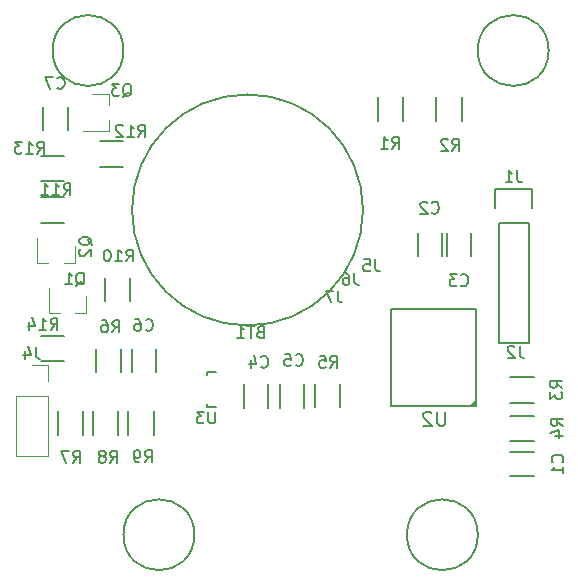
<source format=gbo>
G04 #@! TF.FileFunction,Legend,Bot*
%FSLAX46Y46*%
G04 Gerber Fmt 4.6, Leading zero omitted, Abs format (unit mm)*
G04 Created by KiCad (PCBNEW 4.0.2+dfsg1-stable) date Seg 16 Out 2017 09:01:32 BRST*
%MOMM*%
G01*
G04 APERTURE LIST*
%ADD10C,0.100000*%
%ADD11C,0.150000*%
%ADD12C,0.120000*%
G04 APERTURE END LIST*
D10*
D11*
X60278804Y-47500000D02*
G75*
G03X60278804Y-47500000I-9778804J0D01*
G01*
X74577600Y-47297400D02*
X74577600Y-45747400D01*
X74577600Y-45747400D02*
X71477600Y-45747400D01*
X71477600Y-45747400D02*
X71477600Y-47297400D01*
X71757600Y-48567400D02*
X71757600Y-58727400D01*
X71757600Y-58727400D02*
X74297600Y-58727400D01*
X74297600Y-58727400D02*
X74297600Y-48567400D01*
X71757600Y-48567400D02*
X74297600Y-48567400D01*
X47099000Y-63999160D02*
X47099000Y-63950900D01*
X47800040Y-61200180D02*
X47099000Y-61200180D01*
X47099000Y-61200180D02*
X47099000Y-61449100D01*
X47099000Y-63999160D02*
X47099000Y-64199820D01*
X47099000Y-64199820D02*
X47800040Y-64199820D01*
D12*
X36830000Y-56260000D02*
X35900000Y-56260000D01*
X33670000Y-56260000D02*
X34600000Y-56260000D01*
X33670000Y-56260000D02*
X33670000Y-54100000D01*
X36830000Y-56260000D02*
X36830000Y-54800000D01*
X35880000Y-52010000D02*
X34950000Y-52010000D01*
X32720000Y-52010000D02*
X33650000Y-52010000D01*
X32720000Y-52010000D02*
X32720000Y-49850000D01*
X35880000Y-52010000D02*
X35880000Y-50550000D01*
X38760000Y-37670000D02*
X38760000Y-38600000D01*
X38760000Y-40830000D02*
X38760000Y-39900000D01*
X38760000Y-40830000D02*
X36600000Y-40830000D01*
X38760000Y-37670000D02*
X37300000Y-37670000D01*
D11*
X46000000Y-75000000D02*
G75*
G03X46000000Y-75000000I-3000000J0D01*
G01*
X70000000Y-75000000D02*
G75*
G03X70000000Y-75000000I-3000000J0D01*
G01*
X40000000Y-34000000D02*
G75*
G03X40000000Y-34000000I-3000000J0D01*
G01*
X76000000Y-34000000D02*
G75*
G03X76000000Y-34000000I-3000000J0D01*
G01*
X69850000Y-63700000D02*
X69450000Y-64100000D01*
X69850000Y-63900000D02*
X69650000Y-64100000D01*
X69850000Y-63800000D02*
X69550000Y-64100000D01*
X69850000Y-55900000D02*
X69850000Y-64100000D01*
X69850000Y-64100000D02*
X62650000Y-64100000D01*
X62650000Y-64100000D02*
X62650000Y-55900000D01*
X62650000Y-55900000D02*
X69850000Y-55900000D01*
X63663200Y-39940800D02*
X63663200Y-37940800D01*
X61513200Y-37940800D02*
X61513200Y-39940800D01*
X68641600Y-39966200D02*
X68641600Y-37966200D01*
X66491600Y-37966200D02*
X66491600Y-39966200D01*
X74750000Y-61675000D02*
X72750000Y-61675000D01*
X72750000Y-63825000D02*
X74750000Y-63825000D01*
X74750000Y-64925000D02*
X72750000Y-64925000D01*
X72750000Y-67075000D02*
X74750000Y-67075000D01*
X58325000Y-64200000D02*
X58325000Y-62200000D01*
X56175000Y-62200000D02*
X56175000Y-64200000D01*
X37675000Y-59250000D02*
X37675000Y-61250000D01*
X39825000Y-61250000D02*
X39825000Y-59250000D01*
X34425000Y-64550000D02*
X34425000Y-66550000D01*
X36575000Y-66550000D02*
X36575000Y-64550000D01*
X39575000Y-66550000D02*
X39575000Y-64550000D01*
X37425000Y-64550000D02*
X37425000Y-66550000D01*
X40425000Y-64550000D02*
X40425000Y-66550000D01*
X42575000Y-66550000D02*
X42575000Y-64550000D01*
X40575000Y-55250000D02*
X40575000Y-53250000D01*
X38425000Y-53250000D02*
X38425000Y-55250000D01*
X35000000Y-46425000D02*
X33000000Y-46425000D01*
X33000000Y-48575000D02*
X35000000Y-48575000D01*
X38000000Y-43825000D02*
X40000000Y-43825000D01*
X40000000Y-41675000D02*
X38000000Y-41675000D01*
X33000000Y-45075000D02*
X35000000Y-45075000D01*
X35000000Y-42925000D02*
X33000000Y-42925000D01*
X35000000Y-58175000D02*
X33000000Y-58175000D01*
X33000000Y-60325000D02*
X35000000Y-60325000D01*
X74750000Y-70025000D02*
X72750000Y-70025000D01*
X72750000Y-67975000D02*
X74750000Y-67975000D01*
X66991400Y-49421600D02*
X66991400Y-51421600D01*
X64941400Y-51421600D02*
X64941400Y-49421600D01*
X69404400Y-49421600D02*
X69404400Y-51421600D01*
X67354400Y-51421600D02*
X67354400Y-49421600D01*
X50225000Y-64250000D02*
X50225000Y-62250000D01*
X52275000Y-62250000D02*
X52275000Y-64250000D01*
X53225000Y-64250000D02*
X53225000Y-62250000D01*
X55275000Y-62250000D02*
X55275000Y-64250000D01*
X40725000Y-61250000D02*
X40725000Y-59250000D01*
X42775000Y-59250000D02*
X42775000Y-61250000D01*
X35275000Y-38750000D02*
X35275000Y-40750000D01*
X33225000Y-40750000D02*
X33225000Y-38750000D01*
D12*
X33580000Y-68370000D02*
X30920000Y-68370000D01*
X33580000Y-63230000D02*
X33580000Y-68370000D01*
X30920000Y-63230000D02*
X30920000Y-68370000D01*
X33580000Y-63230000D02*
X30920000Y-63230000D01*
X33580000Y-61960000D02*
X33580000Y-60630000D01*
X33580000Y-60630000D02*
X32250000Y-60630000D01*
D11*
X51585714Y-57803571D02*
X51442857Y-57851190D01*
X51395238Y-57898810D01*
X51347619Y-57994048D01*
X51347619Y-58136905D01*
X51395238Y-58232143D01*
X51442857Y-58279762D01*
X51538095Y-58327381D01*
X51919048Y-58327381D01*
X51919048Y-57327381D01*
X51585714Y-57327381D01*
X51490476Y-57375000D01*
X51442857Y-57422619D01*
X51395238Y-57517857D01*
X51395238Y-57613095D01*
X51442857Y-57708333D01*
X51490476Y-57755952D01*
X51585714Y-57803571D01*
X51919048Y-57803571D01*
X51061905Y-57327381D02*
X50490476Y-57327381D01*
X50776191Y-58327381D02*
X50776191Y-57327381D01*
X49633333Y-58327381D02*
X50204762Y-58327381D01*
X49919048Y-58327381D02*
X49919048Y-57327381D01*
X50014286Y-57470238D01*
X50109524Y-57565476D01*
X50204762Y-57613095D01*
X73360933Y-44159781D02*
X73360933Y-44874067D01*
X73408553Y-45016924D01*
X73503791Y-45112162D01*
X73646648Y-45159781D01*
X73741886Y-45159781D01*
X72360933Y-45159781D02*
X72932362Y-45159781D01*
X72646648Y-45159781D02*
X72646648Y-44159781D01*
X72741886Y-44302638D01*
X72837124Y-44397876D01*
X72932362Y-44445495D01*
X47761905Y-64577381D02*
X47761905Y-65386905D01*
X47714286Y-65482143D01*
X47666667Y-65529762D01*
X47571429Y-65577381D01*
X47380952Y-65577381D01*
X47285714Y-65529762D01*
X47238095Y-65482143D01*
X47190476Y-65386905D01*
X47190476Y-64577381D01*
X46809524Y-64577381D02*
X46190476Y-64577381D01*
X46523810Y-64958333D01*
X46380952Y-64958333D01*
X46285714Y-65005952D01*
X46238095Y-65053571D01*
X46190476Y-65148810D01*
X46190476Y-65386905D01*
X46238095Y-65482143D01*
X46285714Y-65529762D01*
X46380952Y-65577381D01*
X46666667Y-65577381D01*
X46761905Y-65529762D01*
X46809524Y-65482143D01*
X35970238Y-53897619D02*
X36065476Y-53850000D01*
X36160714Y-53754762D01*
X36303571Y-53611905D01*
X36398810Y-53564286D01*
X36494048Y-53564286D01*
X36446429Y-53802381D02*
X36541667Y-53754762D01*
X36636905Y-53659524D01*
X36684524Y-53469048D01*
X36684524Y-53135714D01*
X36636905Y-52945238D01*
X36541667Y-52850000D01*
X36446429Y-52802381D01*
X36255952Y-52802381D01*
X36160714Y-52850000D01*
X36065476Y-52945238D01*
X36017857Y-53135714D01*
X36017857Y-53469048D01*
X36065476Y-53659524D01*
X36160714Y-53754762D01*
X36255952Y-53802381D01*
X36446429Y-53802381D01*
X35065476Y-53802381D02*
X35636905Y-53802381D01*
X35351191Y-53802381D02*
X35351191Y-52802381D01*
X35446429Y-52945238D01*
X35541667Y-53040476D01*
X35636905Y-53088095D01*
X37347619Y-50504762D02*
X37300000Y-50409524D01*
X37204762Y-50314286D01*
X37061905Y-50171429D01*
X37014286Y-50076190D01*
X37014286Y-49980952D01*
X37252381Y-50028571D02*
X37204762Y-49933333D01*
X37109524Y-49838095D01*
X36919048Y-49790476D01*
X36585714Y-49790476D01*
X36395238Y-49838095D01*
X36300000Y-49933333D01*
X36252381Y-50028571D01*
X36252381Y-50219048D01*
X36300000Y-50314286D01*
X36395238Y-50409524D01*
X36585714Y-50457143D01*
X36919048Y-50457143D01*
X37109524Y-50409524D01*
X37204762Y-50314286D01*
X37252381Y-50219048D01*
X37252381Y-50028571D01*
X36347619Y-50838095D02*
X36300000Y-50885714D01*
X36252381Y-50980952D01*
X36252381Y-51219048D01*
X36300000Y-51314286D01*
X36347619Y-51361905D01*
X36442857Y-51409524D01*
X36538095Y-51409524D01*
X36680952Y-51361905D01*
X37252381Y-50790476D01*
X37252381Y-51409524D01*
X39945238Y-37922619D02*
X40040476Y-37875000D01*
X40135714Y-37779762D01*
X40278571Y-37636905D01*
X40373810Y-37589286D01*
X40469048Y-37589286D01*
X40421429Y-37827381D02*
X40516667Y-37779762D01*
X40611905Y-37684524D01*
X40659524Y-37494048D01*
X40659524Y-37160714D01*
X40611905Y-36970238D01*
X40516667Y-36875000D01*
X40421429Y-36827381D01*
X40230952Y-36827381D01*
X40135714Y-36875000D01*
X40040476Y-36970238D01*
X39992857Y-37160714D01*
X39992857Y-37494048D01*
X40040476Y-37684524D01*
X40135714Y-37779762D01*
X40230952Y-37827381D01*
X40421429Y-37827381D01*
X39659524Y-36827381D02*
X39040476Y-36827381D01*
X39373810Y-37208333D01*
X39230952Y-37208333D01*
X39135714Y-37255952D01*
X39088095Y-37303571D01*
X39040476Y-37398810D01*
X39040476Y-37636905D01*
X39088095Y-37732143D01*
X39135714Y-37779762D01*
X39230952Y-37827381D01*
X39516667Y-37827381D01*
X39611905Y-37779762D01*
X39659524Y-37732143D01*
X61310853Y-51692861D02*
X61310853Y-52407147D01*
X61358473Y-52550004D01*
X61453711Y-52645242D01*
X61596568Y-52692861D01*
X61691806Y-52692861D01*
X60358472Y-51692861D02*
X60834663Y-51692861D01*
X60882282Y-52169051D01*
X60834663Y-52121432D01*
X60739425Y-52073813D01*
X60501329Y-52073813D01*
X60406091Y-52121432D01*
X60358472Y-52169051D01*
X60310853Y-52264290D01*
X60310853Y-52502385D01*
X60358472Y-52597623D01*
X60406091Y-52645242D01*
X60501329Y-52692861D01*
X60739425Y-52692861D01*
X60834663Y-52645242D01*
X60882282Y-52597623D01*
X59558333Y-52852381D02*
X59558333Y-53566667D01*
X59605953Y-53709524D01*
X59701191Y-53804762D01*
X59844048Y-53852381D01*
X59939286Y-53852381D01*
X58653571Y-52852381D02*
X58844048Y-52852381D01*
X58939286Y-52900000D01*
X58986905Y-52947619D01*
X59082143Y-53090476D01*
X59129762Y-53280952D01*
X59129762Y-53661905D01*
X59082143Y-53757143D01*
X59034524Y-53804762D01*
X58939286Y-53852381D01*
X58748809Y-53852381D01*
X58653571Y-53804762D01*
X58605952Y-53757143D01*
X58558333Y-53661905D01*
X58558333Y-53423810D01*
X58605952Y-53328571D01*
X58653571Y-53280952D01*
X58748809Y-53233333D01*
X58939286Y-53233333D01*
X59034524Y-53280952D01*
X59082143Y-53328571D01*
X59129762Y-53423810D01*
X58158333Y-54327381D02*
X58158333Y-55041667D01*
X58205953Y-55184524D01*
X58301191Y-55279762D01*
X58444048Y-55327381D01*
X58539286Y-55327381D01*
X57777381Y-54327381D02*
X57110714Y-54327381D01*
X57539286Y-55327381D01*
X73533333Y-59002381D02*
X73533333Y-59716667D01*
X73580953Y-59859524D01*
X73676191Y-59954762D01*
X73819048Y-60002381D01*
X73914286Y-60002381D01*
X73104762Y-59097619D02*
X73057143Y-59050000D01*
X72961905Y-59002381D01*
X72723809Y-59002381D01*
X72628571Y-59050000D01*
X72580952Y-59097619D01*
X72533333Y-59192857D01*
X72533333Y-59288095D01*
X72580952Y-59430952D01*
X73152381Y-60002381D01*
X72533333Y-60002381D01*
X67264286Y-64567857D02*
X67264286Y-65539286D01*
X67207143Y-65653571D01*
X67150000Y-65710714D01*
X67035714Y-65767857D01*
X66807143Y-65767857D01*
X66692857Y-65710714D01*
X66635714Y-65653571D01*
X66578571Y-65539286D01*
X66578571Y-64567857D01*
X66064286Y-64682143D02*
X66007143Y-64625000D01*
X65892857Y-64567857D01*
X65607143Y-64567857D01*
X65492857Y-64625000D01*
X65435714Y-64682143D01*
X65378571Y-64796429D01*
X65378571Y-64910714D01*
X65435714Y-65082143D01*
X66121428Y-65767857D01*
X65378571Y-65767857D01*
X62741666Y-42302381D02*
X63075000Y-41826190D01*
X63313095Y-42302381D02*
X63313095Y-41302381D01*
X62932142Y-41302381D01*
X62836904Y-41350000D01*
X62789285Y-41397619D01*
X62741666Y-41492857D01*
X62741666Y-41635714D01*
X62789285Y-41730952D01*
X62836904Y-41778571D01*
X62932142Y-41826190D01*
X63313095Y-41826190D01*
X61789285Y-42302381D02*
X62360714Y-42302381D01*
X62075000Y-42302381D02*
X62075000Y-41302381D01*
X62170238Y-41445238D01*
X62265476Y-41540476D01*
X62360714Y-41588095D01*
X67841666Y-42477381D02*
X68175000Y-42001190D01*
X68413095Y-42477381D02*
X68413095Y-41477381D01*
X68032142Y-41477381D01*
X67936904Y-41525000D01*
X67889285Y-41572619D01*
X67841666Y-41667857D01*
X67841666Y-41810714D01*
X67889285Y-41905952D01*
X67936904Y-41953571D01*
X68032142Y-42001190D01*
X68413095Y-42001190D01*
X67460714Y-41572619D02*
X67413095Y-41525000D01*
X67317857Y-41477381D01*
X67079761Y-41477381D01*
X66984523Y-41525000D01*
X66936904Y-41572619D01*
X66889285Y-41667857D01*
X66889285Y-41763095D01*
X66936904Y-41905952D01*
X67508333Y-42477381D01*
X66889285Y-42477381D01*
X77152381Y-62558334D02*
X76676190Y-62225000D01*
X77152381Y-61986905D02*
X76152381Y-61986905D01*
X76152381Y-62367858D01*
X76200000Y-62463096D01*
X76247619Y-62510715D01*
X76342857Y-62558334D01*
X76485714Y-62558334D01*
X76580952Y-62510715D01*
X76628571Y-62463096D01*
X76676190Y-62367858D01*
X76676190Y-61986905D01*
X76152381Y-62891667D02*
X76152381Y-63510715D01*
X76533333Y-63177381D01*
X76533333Y-63320239D01*
X76580952Y-63415477D01*
X76628571Y-63463096D01*
X76723810Y-63510715D01*
X76961905Y-63510715D01*
X77057143Y-63463096D01*
X77104762Y-63415477D01*
X77152381Y-63320239D01*
X77152381Y-63034524D01*
X77104762Y-62939286D01*
X77057143Y-62891667D01*
X77202381Y-65783334D02*
X76726190Y-65450000D01*
X77202381Y-65211905D02*
X76202381Y-65211905D01*
X76202381Y-65592858D01*
X76250000Y-65688096D01*
X76297619Y-65735715D01*
X76392857Y-65783334D01*
X76535714Y-65783334D01*
X76630952Y-65735715D01*
X76678571Y-65688096D01*
X76726190Y-65592858D01*
X76726190Y-65211905D01*
X76535714Y-66640477D02*
X77202381Y-66640477D01*
X76154762Y-66402381D02*
X76869048Y-66164286D01*
X76869048Y-66783334D01*
X57516666Y-60852381D02*
X57850000Y-60376190D01*
X58088095Y-60852381D02*
X58088095Y-59852381D01*
X57707142Y-59852381D01*
X57611904Y-59900000D01*
X57564285Y-59947619D01*
X57516666Y-60042857D01*
X57516666Y-60185714D01*
X57564285Y-60280952D01*
X57611904Y-60328571D01*
X57707142Y-60376190D01*
X58088095Y-60376190D01*
X56611904Y-59852381D02*
X57088095Y-59852381D01*
X57135714Y-60328571D01*
X57088095Y-60280952D01*
X56992857Y-60233333D01*
X56754761Y-60233333D01*
X56659523Y-60280952D01*
X56611904Y-60328571D01*
X56564285Y-60423810D01*
X56564285Y-60661905D01*
X56611904Y-60757143D01*
X56659523Y-60804762D01*
X56754761Y-60852381D01*
X56992857Y-60852381D01*
X57088095Y-60804762D01*
X57135714Y-60757143D01*
X39066666Y-57852381D02*
X39400000Y-57376190D01*
X39638095Y-57852381D02*
X39638095Y-56852381D01*
X39257142Y-56852381D01*
X39161904Y-56900000D01*
X39114285Y-56947619D01*
X39066666Y-57042857D01*
X39066666Y-57185714D01*
X39114285Y-57280952D01*
X39161904Y-57328571D01*
X39257142Y-57376190D01*
X39638095Y-57376190D01*
X38209523Y-56852381D02*
X38400000Y-56852381D01*
X38495238Y-56900000D01*
X38542857Y-56947619D01*
X38638095Y-57090476D01*
X38685714Y-57280952D01*
X38685714Y-57661905D01*
X38638095Y-57757143D01*
X38590476Y-57804762D01*
X38495238Y-57852381D01*
X38304761Y-57852381D01*
X38209523Y-57804762D01*
X38161904Y-57757143D01*
X38114285Y-57661905D01*
X38114285Y-57423810D01*
X38161904Y-57328571D01*
X38209523Y-57280952D01*
X38304761Y-57233333D01*
X38495238Y-57233333D01*
X38590476Y-57280952D01*
X38638095Y-57328571D01*
X38685714Y-57423810D01*
X35741666Y-68902381D02*
X36075000Y-68426190D01*
X36313095Y-68902381D02*
X36313095Y-67902381D01*
X35932142Y-67902381D01*
X35836904Y-67950000D01*
X35789285Y-67997619D01*
X35741666Y-68092857D01*
X35741666Y-68235714D01*
X35789285Y-68330952D01*
X35836904Y-68378571D01*
X35932142Y-68426190D01*
X36313095Y-68426190D01*
X35408333Y-67902381D02*
X34741666Y-67902381D01*
X35170238Y-68902381D01*
X38866666Y-68902381D02*
X39200000Y-68426190D01*
X39438095Y-68902381D02*
X39438095Y-67902381D01*
X39057142Y-67902381D01*
X38961904Y-67950000D01*
X38914285Y-67997619D01*
X38866666Y-68092857D01*
X38866666Y-68235714D01*
X38914285Y-68330952D01*
X38961904Y-68378571D01*
X39057142Y-68426190D01*
X39438095Y-68426190D01*
X38295238Y-68330952D02*
X38390476Y-68283333D01*
X38438095Y-68235714D01*
X38485714Y-68140476D01*
X38485714Y-68092857D01*
X38438095Y-67997619D01*
X38390476Y-67950000D01*
X38295238Y-67902381D01*
X38104761Y-67902381D01*
X38009523Y-67950000D01*
X37961904Y-67997619D01*
X37914285Y-68092857D01*
X37914285Y-68140476D01*
X37961904Y-68235714D01*
X38009523Y-68283333D01*
X38104761Y-68330952D01*
X38295238Y-68330952D01*
X38390476Y-68378571D01*
X38438095Y-68426190D01*
X38485714Y-68521429D01*
X38485714Y-68711905D01*
X38438095Y-68807143D01*
X38390476Y-68854762D01*
X38295238Y-68902381D01*
X38104761Y-68902381D01*
X38009523Y-68854762D01*
X37961904Y-68807143D01*
X37914285Y-68711905D01*
X37914285Y-68521429D01*
X37961904Y-68426190D01*
X38009523Y-68378571D01*
X38104761Y-68330952D01*
X41816666Y-68852381D02*
X42150000Y-68376190D01*
X42388095Y-68852381D02*
X42388095Y-67852381D01*
X42007142Y-67852381D01*
X41911904Y-67900000D01*
X41864285Y-67947619D01*
X41816666Y-68042857D01*
X41816666Y-68185714D01*
X41864285Y-68280952D01*
X41911904Y-68328571D01*
X42007142Y-68376190D01*
X42388095Y-68376190D01*
X41340476Y-68852381D02*
X41150000Y-68852381D01*
X41054761Y-68804762D01*
X41007142Y-68757143D01*
X40911904Y-68614286D01*
X40864285Y-68423810D01*
X40864285Y-68042857D01*
X40911904Y-67947619D01*
X40959523Y-67900000D01*
X41054761Y-67852381D01*
X41245238Y-67852381D01*
X41340476Y-67900000D01*
X41388095Y-67947619D01*
X41435714Y-68042857D01*
X41435714Y-68280952D01*
X41388095Y-68376190D01*
X41340476Y-68423810D01*
X41245238Y-68471429D01*
X41054761Y-68471429D01*
X40959523Y-68423810D01*
X40911904Y-68376190D01*
X40864285Y-68280952D01*
X40242857Y-51852381D02*
X40576191Y-51376190D01*
X40814286Y-51852381D02*
X40814286Y-50852381D01*
X40433333Y-50852381D01*
X40338095Y-50900000D01*
X40290476Y-50947619D01*
X40242857Y-51042857D01*
X40242857Y-51185714D01*
X40290476Y-51280952D01*
X40338095Y-51328571D01*
X40433333Y-51376190D01*
X40814286Y-51376190D01*
X39290476Y-51852381D02*
X39861905Y-51852381D01*
X39576191Y-51852381D02*
X39576191Y-50852381D01*
X39671429Y-50995238D01*
X39766667Y-51090476D01*
X39861905Y-51138095D01*
X38671429Y-50852381D02*
X38576190Y-50852381D01*
X38480952Y-50900000D01*
X38433333Y-50947619D01*
X38385714Y-51042857D01*
X38338095Y-51233333D01*
X38338095Y-51471429D01*
X38385714Y-51661905D01*
X38433333Y-51757143D01*
X38480952Y-51804762D01*
X38576190Y-51852381D01*
X38671429Y-51852381D01*
X38766667Y-51804762D01*
X38814286Y-51757143D01*
X38861905Y-51661905D01*
X38909524Y-51471429D01*
X38909524Y-51233333D01*
X38861905Y-51042857D01*
X38814286Y-50947619D01*
X38766667Y-50900000D01*
X38671429Y-50852381D01*
X34942857Y-46252381D02*
X35276191Y-45776190D01*
X35514286Y-46252381D02*
X35514286Y-45252381D01*
X35133333Y-45252381D01*
X35038095Y-45300000D01*
X34990476Y-45347619D01*
X34942857Y-45442857D01*
X34942857Y-45585714D01*
X34990476Y-45680952D01*
X35038095Y-45728571D01*
X35133333Y-45776190D01*
X35514286Y-45776190D01*
X33990476Y-46252381D02*
X34561905Y-46252381D01*
X34276191Y-46252381D02*
X34276191Y-45252381D01*
X34371429Y-45395238D01*
X34466667Y-45490476D01*
X34561905Y-45538095D01*
X33038095Y-46252381D02*
X33609524Y-46252381D01*
X33323810Y-46252381D02*
X33323810Y-45252381D01*
X33419048Y-45395238D01*
X33514286Y-45490476D01*
X33609524Y-45538095D01*
X41267857Y-41302381D02*
X41601191Y-40826190D01*
X41839286Y-41302381D02*
X41839286Y-40302381D01*
X41458333Y-40302381D01*
X41363095Y-40350000D01*
X41315476Y-40397619D01*
X41267857Y-40492857D01*
X41267857Y-40635714D01*
X41315476Y-40730952D01*
X41363095Y-40778571D01*
X41458333Y-40826190D01*
X41839286Y-40826190D01*
X40315476Y-41302381D02*
X40886905Y-41302381D01*
X40601191Y-41302381D02*
X40601191Y-40302381D01*
X40696429Y-40445238D01*
X40791667Y-40540476D01*
X40886905Y-40588095D01*
X39934524Y-40397619D02*
X39886905Y-40350000D01*
X39791667Y-40302381D01*
X39553571Y-40302381D01*
X39458333Y-40350000D01*
X39410714Y-40397619D01*
X39363095Y-40492857D01*
X39363095Y-40588095D01*
X39410714Y-40730952D01*
X39982143Y-41302381D01*
X39363095Y-41302381D01*
X32692857Y-42727381D02*
X33026191Y-42251190D01*
X33264286Y-42727381D02*
X33264286Y-41727381D01*
X32883333Y-41727381D01*
X32788095Y-41775000D01*
X32740476Y-41822619D01*
X32692857Y-41917857D01*
X32692857Y-42060714D01*
X32740476Y-42155952D01*
X32788095Y-42203571D01*
X32883333Y-42251190D01*
X33264286Y-42251190D01*
X31740476Y-42727381D02*
X32311905Y-42727381D01*
X32026191Y-42727381D02*
X32026191Y-41727381D01*
X32121429Y-41870238D01*
X32216667Y-41965476D01*
X32311905Y-42013095D01*
X31407143Y-41727381D02*
X30788095Y-41727381D01*
X31121429Y-42108333D01*
X30978571Y-42108333D01*
X30883333Y-42155952D01*
X30835714Y-42203571D01*
X30788095Y-42298810D01*
X30788095Y-42536905D01*
X30835714Y-42632143D01*
X30883333Y-42679762D01*
X30978571Y-42727381D01*
X31264286Y-42727381D01*
X31359524Y-42679762D01*
X31407143Y-42632143D01*
X33842857Y-57652381D02*
X34176191Y-57176190D01*
X34414286Y-57652381D02*
X34414286Y-56652381D01*
X34033333Y-56652381D01*
X33938095Y-56700000D01*
X33890476Y-56747619D01*
X33842857Y-56842857D01*
X33842857Y-56985714D01*
X33890476Y-57080952D01*
X33938095Y-57128571D01*
X34033333Y-57176190D01*
X34414286Y-57176190D01*
X32890476Y-57652381D02*
X33461905Y-57652381D01*
X33176191Y-57652381D02*
X33176191Y-56652381D01*
X33271429Y-56795238D01*
X33366667Y-56890476D01*
X33461905Y-56938095D01*
X32033333Y-56985714D02*
X32033333Y-57652381D01*
X32271429Y-56604762D02*
X32509524Y-57319048D01*
X31890476Y-57319048D01*
X77157143Y-68858334D02*
X77204762Y-68810715D01*
X77252381Y-68667858D01*
X77252381Y-68572620D01*
X77204762Y-68429762D01*
X77109524Y-68334524D01*
X77014286Y-68286905D01*
X76823810Y-68239286D01*
X76680952Y-68239286D01*
X76490476Y-68286905D01*
X76395238Y-68334524D01*
X76300000Y-68429762D01*
X76252381Y-68572620D01*
X76252381Y-68667858D01*
X76300000Y-68810715D01*
X76347619Y-68858334D01*
X77252381Y-69810715D02*
X77252381Y-69239286D01*
X77252381Y-69525000D02*
X76252381Y-69525000D01*
X76395238Y-69429762D01*
X76490476Y-69334524D01*
X76538095Y-69239286D01*
X66091666Y-47707143D02*
X66139285Y-47754762D01*
X66282142Y-47802381D01*
X66377380Y-47802381D01*
X66520238Y-47754762D01*
X66615476Y-47659524D01*
X66663095Y-47564286D01*
X66710714Y-47373810D01*
X66710714Y-47230952D01*
X66663095Y-47040476D01*
X66615476Y-46945238D01*
X66520238Y-46850000D01*
X66377380Y-46802381D01*
X66282142Y-46802381D01*
X66139285Y-46850000D01*
X66091666Y-46897619D01*
X65710714Y-46897619D02*
X65663095Y-46850000D01*
X65567857Y-46802381D01*
X65329761Y-46802381D01*
X65234523Y-46850000D01*
X65186904Y-46897619D01*
X65139285Y-46992857D01*
X65139285Y-47088095D01*
X65186904Y-47230952D01*
X65758333Y-47802381D01*
X65139285Y-47802381D01*
X68566666Y-53857143D02*
X68614285Y-53904762D01*
X68757142Y-53952381D01*
X68852380Y-53952381D01*
X68995238Y-53904762D01*
X69090476Y-53809524D01*
X69138095Y-53714286D01*
X69185714Y-53523810D01*
X69185714Y-53380952D01*
X69138095Y-53190476D01*
X69090476Y-53095238D01*
X68995238Y-53000000D01*
X68852380Y-52952381D01*
X68757142Y-52952381D01*
X68614285Y-53000000D01*
X68566666Y-53047619D01*
X68233333Y-52952381D02*
X67614285Y-52952381D01*
X67947619Y-53333333D01*
X67804761Y-53333333D01*
X67709523Y-53380952D01*
X67661904Y-53428571D01*
X67614285Y-53523810D01*
X67614285Y-53761905D01*
X67661904Y-53857143D01*
X67709523Y-53904762D01*
X67804761Y-53952381D01*
X68090476Y-53952381D01*
X68185714Y-53904762D01*
X68233333Y-53857143D01*
X51641666Y-60757143D02*
X51689285Y-60804762D01*
X51832142Y-60852381D01*
X51927380Y-60852381D01*
X52070238Y-60804762D01*
X52165476Y-60709524D01*
X52213095Y-60614286D01*
X52260714Y-60423810D01*
X52260714Y-60280952D01*
X52213095Y-60090476D01*
X52165476Y-59995238D01*
X52070238Y-59900000D01*
X51927380Y-59852381D01*
X51832142Y-59852381D01*
X51689285Y-59900000D01*
X51641666Y-59947619D01*
X50784523Y-60185714D02*
X50784523Y-60852381D01*
X51022619Y-59804762D02*
X51260714Y-60519048D01*
X50641666Y-60519048D01*
X54566666Y-60607143D02*
X54614285Y-60654762D01*
X54757142Y-60702381D01*
X54852380Y-60702381D01*
X54995238Y-60654762D01*
X55090476Y-60559524D01*
X55138095Y-60464286D01*
X55185714Y-60273810D01*
X55185714Y-60130952D01*
X55138095Y-59940476D01*
X55090476Y-59845238D01*
X54995238Y-59750000D01*
X54852380Y-59702381D01*
X54757142Y-59702381D01*
X54614285Y-59750000D01*
X54566666Y-59797619D01*
X53661904Y-59702381D02*
X54138095Y-59702381D01*
X54185714Y-60178571D01*
X54138095Y-60130952D01*
X54042857Y-60083333D01*
X53804761Y-60083333D01*
X53709523Y-60130952D01*
X53661904Y-60178571D01*
X53614285Y-60273810D01*
X53614285Y-60511905D01*
X53661904Y-60607143D01*
X53709523Y-60654762D01*
X53804761Y-60702381D01*
X54042857Y-60702381D01*
X54138095Y-60654762D01*
X54185714Y-60607143D01*
X41866666Y-57657143D02*
X41914285Y-57704762D01*
X42057142Y-57752381D01*
X42152380Y-57752381D01*
X42295238Y-57704762D01*
X42390476Y-57609524D01*
X42438095Y-57514286D01*
X42485714Y-57323810D01*
X42485714Y-57180952D01*
X42438095Y-56990476D01*
X42390476Y-56895238D01*
X42295238Y-56800000D01*
X42152380Y-56752381D01*
X42057142Y-56752381D01*
X41914285Y-56800000D01*
X41866666Y-56847619D01*
X41009523Y-56752381D02*
X41200000Y-56752381D01*
X41295238Y-56800000D01*
X41342857Y-56847619D01*
X41438095Y-56990476D01*
X41485714Y-57180952D01*
X41485714Y-57561905D01*
X41438095Y-57657143D01*
X41390476Y-57704762D01*
X41295238Y-57752381D01*
X41104761Y-57752381D01*
X41009523Y-57704762D01*
X40961904Y-57657143D01*
X40914285Y-57561905D01*
X40914285Y-57323810D01*
X40961904Y-57228571D01*
X41009523Y-57180952D01*
X41104761Y-57133333D01*
X41295238Y-57133333D01*
X41390476Y-57180952D01*
X41438095Y-57228571D01*
X41485714Y-57323810D01*
X34391666Y-37157143D02*
X34439285Y-37204762D01*
X34582142Y-37252381D01*
X34677380Y-37252381D01*
X34820238Y-37204762D01*
X34915476Y-37109524D01*
X34963095Y-37014286D01*
X35010714Y-36823810D01*
X35010714Y-36680952D01*
X34963095Y-36490476D01*
X34915476Y-36395238D01*
X34820238Y-36300000D01*
X34677380Y-36252381D01*
X34582142Y-36252381D01*
X34439285Y-36300000D01*
X34391666Y-36347619D01*
X34058333Y-36252381D02*
X33391666Y-36252381D01*
X33820238Y-37252381D01*
X32583333Y-59082381D02*
X32583333Y-59796667D01*
X32630953Y-59939524D01*
X32726191Y-60034762D01*
X32869048Y-60082381D01*
X32964286Y-60082381D01*
X31678571Y-59415714D02*
X31678571Y-60082381D01*
X31916667Y-59034762D02*
X32154762Y-59749048D01*
X31535714Y-59749048D01*
M02*

</source>
